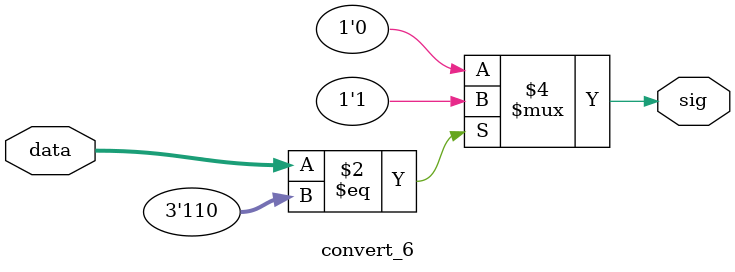
<source format=v>
module convert_6(input [2:0] data,output reg sig);
	always@(data)
	begin
		if(data==3'b110)
		begin
			sig = 1'b1;
		end
		else
		begin
			sig = 1'b0;
		end
	end
endmodule
</source>
